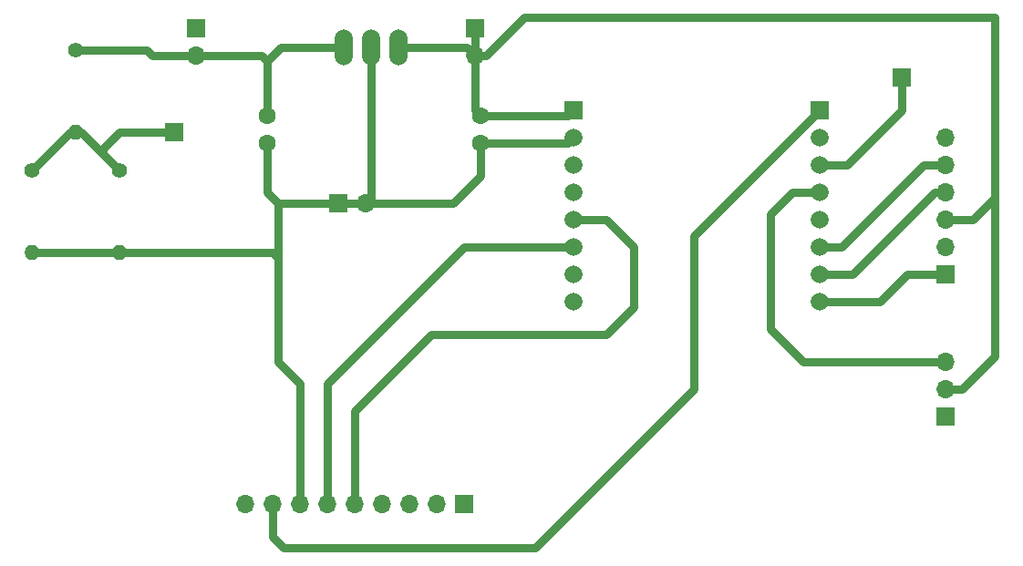
<source format=gbr>
%TF.GenerationSoftware,KiCad,Pcbnew,(5.1.10)-1*%
%TF.CreationDate,2021-11-10T11:22:41-03:00*%
%TF.ProjectId,circuito-cadeado,63697263-7569-4746-9f2d-636164656164,rev?*%
%TF.SameCoordinates,Original*%
%TF.FileFunction,Copper,L2,Bot*%
%TF.FilePolarity,Positive*%
%FSLAX46Y46*%
G04 Gerber Fmt 4.6, Leading zero omitted, Abs format (unit mm)*
G04 Created by KiCad (PCBNEW (5.1.10)-1) date 2021-11-10 11:22:41*
%MOMM*%
%LPD*%
G01*
G04 APERTURE LIST*
%TA.AperFunction,ComponentPad*%
%ADD10C,1.665000*%
%TD*%
%TA.AperFunction,ComponentPad*%
%ADD11R,1.665000X1.665000*%
%TD*%
%TA.AperFunction,ComponentPad*%
%ADD12C,1.600000*%
%TD*%
%TA.AperFunction,ComponentPad*%
%ADD13R,1.700000X1.700000*%
%TD*%
%TA.AperFunction,ComponentPad*%
%ADD14O,1.700000X1.700000*%
%TD*%
%TA.AperFunction,ComponentPad*%
%ADD15C,1.400000*%
%TD*%
%TA.AperFunction,ComponentPad*%
%ADD16O,1.400000X1.400000*%
%TD*%
%TA.AperFunction,ComponentPad*%
%ADD17O,1.676400X3.352800*%
%TD*%
%TA.AperFunction,Conductor*%
%ADD18C,0.800000*%
%TD*%
%TA.AperFunction,Conductor*%
%ADD19C,0.500000*%
%TD*%
G04 APERTURE END LIST*
D10*
%TO.P,esp1,16*%
%TO.N,Net-(esp1-Pad16)*%
X164084000Y-101600000D03*
%TO.P,esp1,15*%
%TO.N,Net-(esp1-Pad15)*%
X164084000Y-99060000D03*
%TO.P,esp1,14*%
%TO.N,Net-(esp1-Pad14)*%
X164084000Y-96520000D03*
%TO.P,esp1,13*%
%TO.N,Net-(esp1-Pad13)*%
X164084000Y-93980000D03*
%TO.P,esp1,12*%
%TO.N,Net-(esp1-Pad12)*%
X164084000Y-91440000D03*
%TO.P,esp1,11*%
%TO.N,Net-(IO0-Pad1)*%
X164084000Y-88900000D03*
%TO.P,esp1,10*%
%TO.N,Net-(esp1-Pad10)*%
X164084000Y-86360000D03*
D11*
%TO.P,esp1,9*%
%TO.N,Net-(esp1-Pad9)*%
X164084000Y-83820000D03*
%TO.P,esp1,8*%
%TO.N,Net-(C2-Pad1)*%
X141224000Y-83820000D03*
D10*
%TO.P,esp1,7*%
%TO.N,GNDREF*%
X141224000Y-86360000D03*
%TO.P,esp1,6*%
%TO.N,Net-(esp1-Pad6)*%
X141224000Y-88900000D03*
%TO.P,esp1,5*%
%TO.N,Net-(esp1-Pad5)*%
X141224000Y-91440000D03*
%TO.P,esp1,4*%
%TO.N,Net-(esp1-Pad4)*%
X141224000Y-93980000D03*
%TO.P,esp1,3*%
%TO.N,Net-(esp1-Pad3)*%
X141224000Y-96520000D03*
%TO.P,esp1,2*%
%TO.N,Net-(esp1-Pad2)*%
X141224000Y-99060000D03*
%TO.P,esp1,1*%
%TO.N,Net-(esp1-Pad1)*%
X141224000Y-101600000D03*
%TD*%
D12*
%TO.P,C1,2*%
%TO.N,GNDREF*%
X112776000Y-86828000D03*
%TO.P,C1,1*%
%TO.N,+9V*%
X112776000Y-84328000D03*
%TD*%
%TO.P,C2,1*%
%TO.N,Net-(C2-Pad1)*%
X132588000Y-84328000D03*
%TO.P,C2,2*%
%TO.N,GNDREF*%
X132588000Y-86828000D03*
%TD*%
D13*
%TO.P,DivTen1,1*%
%TO.N,Net-(DivTen1-Pad1)*%
X104140000Y-85852000D03*
%TD*%
%TO.P,Gnd0,1*%
%TO.N,GNDREF*%
X119380000Y-92456000D03*
D14*
%TO.P,Gnd0,2*%
X121920000Y-92456000D03*
%TD*%
D13*
%TO.P,gravEsp1,1*%
%TO.N,Net-(esp1-Pad16)*%
X175768000Y-99060000D03*
D14*
%TO.P,gravEsp1,2*%
%TO.N,Net-(gravEsp1-Pad2)*%
X175768000Y-96520000D03*
%TO.P,gravEsp1,3*%
%TO.N,Net-(C2-Pad1)*%
X175768000Y-93980000D03*
%TO.P,gravEsp1,4*%
%TO.N,Net-(esp1-Pad15)*%
X175768000Y-91440000D03*
%TO.P,gravEsp1,5*%
%TO.N,Net-(esp1-Pad14)*%
X175768000Y-88900000D03*
%TO.P,gravEsp1,6*%
%TO.N,Net-(gravEsp1-Pad6)*%
X175768000Y-86360000D03*
%TD*%
D13*
%TO.P,IO0,1*%
%TO.N,Net-(IO0-Pad1)*%
X171704000Y-80772000D03*
%TD*%
%TO.P,mpu6050,1*%
%TO.N,Net-(mpu6050-Pad1)*%
X131064000Y-120396000D03*
D14*
%TO.P,mpu6050,2*%
%TO.N,Net-(mpu6050-Pad2)*%
X128524000Y-120396000D03*
%TO.P,mpu6050,3*%
%TO.N,Net-(mpu6050-Pad3)*%
X125984000Y-120396000D03*
%TO.P,mpu6050,4*%
%TO.N,Net-(mpu6050-Pad4)*%
X123444000Y-120396000D03*
%TO.P,mpu6050,5*%
%TO.N,Net-(esp1-Pad4)*%
X120904000Y-120396000D03*
%TO.P,mpu6050,6*%
%TO.N,Net-(esp1-Pad3)*%
X118364000Y-120396000D03*
%TO.P,mpu6050,7*%
%TO.N,GNDREF*%
X115824000Y-120396000D03*
%TO.P,mpu6050,8*%
%TO.N,Net-(esp1-Pad9)*%
X113284000Y-120396000D03*
%TO.P,mpu6050,9*%
%TO.N,N/C*%
X110744000Y-120396000D03*
%TD*%
D15*
%TO.P,R1,1*%
%TO.N,Net-(DivTen1-Pad1)*%
X99060000Y-89408000D03*
D16*
%TO.P,R1,2*%
%TO.N,GNDREF*%
X99060000Y-97028000D03*
%TD*%
%TO.P,R2,2*%
%TO.N,GNDREF*%
X90932000Y-97028000D03*
D15*
%TO.P,R2,1*%
%TO.N,Net-(DivTen1-Pad1)*%
X90932000Y-89408000D03*
%TD*%
%TO.P,R3,1*%
%TO.N,+9V*%
X94996000Y-78232000D03*
D16*
%TO.P,R3,2*%
%TO.N,Net-(DivTen1-Pad1)*%
X94996000Y-85852000D03*
%TD*%
D17*
%TO.P,Reg1,3*%
%TO.N,Net-(C2-Pad1)*%
X124968000Y-77978000D03*
%TO.P,Reg1,2*%
%TO.N,GNDREF*%
X122428000Y-77978000D03*
%TO.P,Reg1,1*%
%TO.N,+9V*%
X119888000Y-77978000D03*
%TD*%
D13*
%TO.P,servoM1,1*%
%TO.N,Net-(esp1-Pad1)*%
X175768000Y-112268000D03*
D14*
%TO.P,servoM1,2*%
%TO.N,Net-(C2-Pad1)*%
X175768000Y-109728000D03*
%TO.P,servoM1,3*%
%TO.N,Net-(esp1-Pad12)*%
X175768000Y-107188000D03*
%TD*%
%TO.P,Vcc2,2*%
%TO.N,+9V*%
X106172000Y-78740000D03*
D13*
%TO.P,Vcc2,1*%
X106172000Y-76200000D03*
%TD*%
%TO.P,Vcc3,1*%
%TO.N,Net-(C2-Pad1)*%
X132080000Y-76200000D03*
D14*
%TO.P,Vcc3,2*%
X132080000Y-78740000D03*
%TD*%
D18*
%TO.N,GNDREF*%
X112776000Y-86828000D02*
X112776000Y-91440000D01*
X113792000Y-92456000D02*
X119380000Y-92456000D01*
X112776000Y-91440000D02*
X113792000Y-92456000D01*
X122428000Y-77978000D02*
X122428000Y-91948000D01*
X122428000Y-91948000D02*
X121920000Y-92456000D01*
X121920000Y-92456000D02*
X130048000Y-92456000D01*
X130048000Y-92456000D02*
X132588000Y-89916000D01*
X132588000Y-89916000D02*
X132588000Y-86828000D01*
X132588000Y-86828000D02*
X140208000Y-86828000D01*
X140756000Y-86828000D02*
X141224000Y-86360000D01*
X140208000Y-86828000D02*
X140756000Y-86828000D01*
X140756000Y-86828000D02*
X141224000Y-86360000D01*
X113792000Y-92456000D02*
X113792000Y-97536000D01*
X113792000Y-97536000D02*
X113792000Y-107188000D01*
X115824000Y-109220000D02*
X115824000Y-120396000D01*
X113792000Y-107188000D02*
X115824000Y-109220000D01*
X119380000Y-92456000D02*
X121920000Y-92456000D01*
X90932000Y-97028000D02*
X99060000Y-97028000D01*
X99060000Y-97028000D02*
X113284000Y-97028000D01*
X113284000Y-97028000D02*
X113792000Y-97536000D01*
%TO.N,+9V*%
X119888000Y-77978000D02*
X114046000Y-77978000D01*
X114046000Y-77978000D02*
X112776000Y-79248000D01*
X112776000Y-79248000D02*
X112776000Y-84328000D01*
X106172000Y-78740000D02*
X112268000Y-78740000D01*
X112268000Y-78740000D02*
X112776000Y-79248000D01*
X106172000Y-78740000D02*
X102108000Y-78740000D01*
X102108000Y-78740000D02*
X101600000Y-78232000D01*
D19*
X102108000Y-78740000D02*
X101600000Y-78232000D01*
D18*
X101600000Y-78232000D02*
X94996000Y-78232000D01*
%TO.N,Net-(C2-Pad1)*%
X124968000Y-77978000D02*
X131318000Y-77978000D01*
X131318000Y-77978000D02*
X132080000Y-78740000D01*
X132080000Y-78740000D02*
X132080000Y-83820000D01*
X132080000Y-83820000D02*
X132588000Y-84328000D01*
X132080000Y-78740000D02*
X132080000Y-76200000D01*
X132588000Y-84328000D02*
X140716000Y-84328000D01*
X140716000Y-84328000D02*
X141224000Y-83820000D01*
X175768000Y-93980000D02*
X178308000Y-93980000D01*
X133096000Y-78740000D02*
X132080000Y-78740000D01*
X136652000Y-75184000D02*
X133096000Y-78740000D01*
X180340000Y-75184000D02*
X136652000Y-75184000D01*
X180340000Y-91948000D02*
X180340000Y-75184000D01*
X178308000Y-93980000D02*
X180340000Y-91948000D01*
X180340000Y-91948000D02*
X180340000Y-106680000D01*
X177292000Y-109728000D02*
X175768000Y-109728000D01*
X180340000Y-106680000D02*
X177292000Y-109728000D01*
%TO.N,Net-(DivTen1-Pad1)*%
X94996000Y-85852000D02*
X95504000Y-85852000D01*
X95504000Y-85852000D02*
X97536000Y-87884000D01*
X97536000Y-87884000D02*
X99060000Y-89408000D01*
X94996000Y-85852000D02*
X94488000Y-85852000D01*
X94488000Y-85852000D02*
X90932000Y-89408000D01*
X104140000Y-85852000D02*
X99060000Y-85852000D01*
X97536000Y-87376000D02*
X97536000Y-87884000D01*
X99060000Y-85852000D02*
X97536000Y-87376000D01*
%TO.N,Net-(esp1-Pad16)*%
X164084000Y-101600000D02*
X169672000Y-101600000D01*
X172212000Y-99060000D02*
X175768000Y-99060000D01*
X169672000Y-101600000D02*
X172212000Y-99060000D01*
%TO.N,Net-(esp1-Pad15)*%
X164084000Y-99060000D02*
X167132000Y-99060000D01*
X174752000Y-91440000D02*
X175768000Y-91440000D01*
X167132000Y-99060000D02*
X174752000Y-91440000D01*
%TO.N,Net-(esp1-Pad14)*%
X164084000Y-96520000D02*
X166116000Y-96520000D01*
X173736000Y-88900000D02*
X175768000Y-88900000D01*
X166116000Y-96520000D02*
X173736000Y-88900000D01*
%TO.N,Net-(esp1-Pad12)*%
X164084000Y-91440000D02*
X161544000Y-91440000D01*
X162560000Y-107188000D02*
X175768000Y-107188000D01*
X159512000Y-104140000D02*
X162560000Y-107188000D01*
X159512000Y-93472000D02*
X159512000Y-104140000D01*
X161544000Y-91440000D02*
X159512000Y-93472000D01*
%TO.N,Net-(IO0-Pad1)*%
X164084000Y-88900000D02*
X166624000Y-88900000D01*
X171704000Y-83820000D02*
X171704000Y-80772000D01*
X166624000Y-88900000D02*
X171704000Y-83820000D01*
%TO.N,Net-(esp1-Pad9)*%
X113284000Y-120396000D02*
X113284000Y-123444000D01*
X152400000Y-95504000D02*
X164084000Y-83820000D01*
X152400000Y-109728000D02*
X152400000Y-95504000D01*
X137668000Y-124460000D02*
X152400000Y-109728000D01*
X114300000Y-124460000D02*
X137668000Y-124460000D01*
X113284000Y-123444000D02*
X114300000Y-124460000D01*
%TO.N,Net-(esp1-Pad4)*%
X120904000Y-120396000D02*
X120904000Y-111760000D01*
X144272000Y-93980000D02*
X141224000Y-93980000D01*
X146812000Y-96520000D02*
X144272000Y-93980000D01*
X146812000Y-102108000D02*
X146812000Y-96520000D01*
X144272000Y-104648000D02*
X146812000Y-102108000D01*
X128016000Y-104648000D02*
X144272000Y-104648000D01*
X120904000Y-111760000D02*
X128016000Y-104648000D01*
%TO.N,Net-(esp1-Pad3)*%
X118364000Y-120396000D02*
X118364000Y-109220000D01*
X131064000Y-96520000D02*
X141224000Y-96520000D01*
X118364000Y-109220000D02*
X131064000Y-96520000D01*
%TD*%
M02*

</source>
